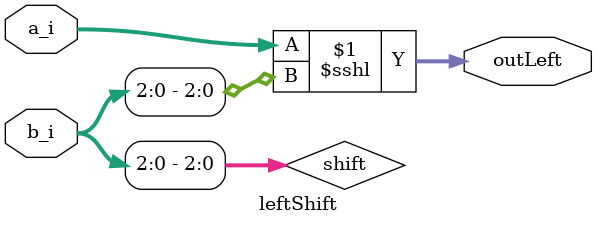
<source format=sv>
module leftShift #(parameter N = 4) (
    input  logic [N-1:0] a_i,  // First input vector
    input  logic [N-1:0] b_i,  // Second input vector
    output logic [N-1:0] outLeft
);
logic [2:0]shift;
assign shift = {b_i[2],b_i[1],b_i[0]};
assign outLeft = a_i <<< shift;
endmodule

</source>
